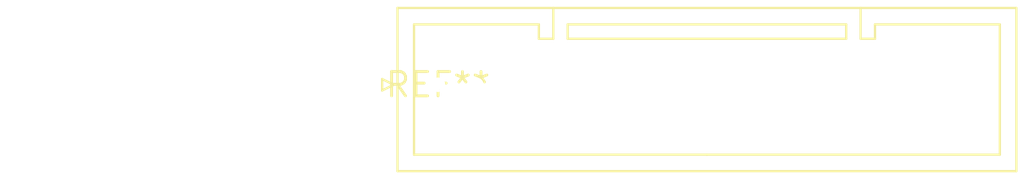
<source format=kicad_pcb>
(kicad_pcb (version 20240108) (generator pcbnew)
  (layers (0 "F.Cu" signal) (31 "B.Cu" signal) (34 "B.Paste" user) (35 "F.Paste" user) (36 "B.SilkS" user "B.Silkscreen") (37 "F.SilkS" user "F.Silkscreen") (38 "B.Mask" user) (39 "F.Mask" user) (44 "Edge.Cuts" user))
  (net 0 "")
  (footprint "JST_PUD_B30B-PUDSS_2x15_P2.00mm_Vertical" (layer "F.Cu") (at 0 0)
    (property "Reference" "REF**")
    (property "Value" "JST_PUD_B30B-PUDSS_2x15_P2.00mm_Vertical")
    (fp_line (start -2.91 -0.3) (end -2.31 0) (layer "F.SilkS") (stroke (width 0.12)))
    (fp_line (start -2.91 0.3) (end -2.91 -0.3) (layer "F.SilkS") (stroke (width 0.12)))
    (fp_line (start -2.31 0) (end -2.91 0.3) (layer "F.SilkS") (stroke (width 0.12)))
    (fp_line (start -2.11 -4.01) (end -2.11 4.51) (layer "F.SilkS") (stroke (width 0.12)))
    (fp_line (start -2.11 4.51) (end 30.11 4.51) (layer "F.SilkS") (stroke (width 0.12)))
    (fp_line (start -1.25 -3.15) (end -1.25 3.65) (layer "F.SilkS") (stroke (width 0.12)))
    (fp_line (start -1.25 3.65) (end 14 3.65) (layer "F.SilkS") (stroke (width 0.12)))
    (fp_line (start 5.25 -3.15) (end -1.25 -3.15) (layer "F.SilkS") (stroke (width 0.12)))
    (fp_line (start 5.25 -2.4) (end 5.25 -3.15) (layer "F.SilkS") (stroke (width 0.12)))
    (fp_line (start 6 -4.01) (end 6 -2.4) (layer "F.SilkS") (stroke (width 0.12)))
    (fp_line (start 6 -2.4) (end 5.25 -2.4) (layer "F.SilkS") (stroke (width 0.12)))
    (fp_line (start 6.75 -3.15) (end 6.75 -2.4) (layer "F.SilkS") (stroke (width 0.12)))
    (fp_line (start 6.75 -2.4) (end 21.25 -2.4) (layer "F.SilkS") (stroke (width 0.12)))
    (fp_line (start 21.25 -3.15) (end 6.75 -3.15) (layer "F.SilkS") (stroke (width 0.12)))
    (fp_line (start 21.25 -2.4) (end 21.25 -3.15) (layer "F.SilkS") (stroke (width 0.12)))
    (fp_line (start 22 -4.01) (end 22 -2.4) (layer "F.SilkS") (stroke (width 0.12)))
    (fp_line (start 22 -2.4) (end 22.75 -2.4) (layer "F.SilkS") (stroke (width 0.12)))
    (fp_line (start 22.75 -3.15) (end 29.25 -3.15) (layer "F.SilkS") (stroke (width 0.12)))
    (fp_line (start 22.75 -2.4) (end 22.75 -3.15) (layer "F.SilkS") (stroke (width 0.12)))
    (fp_line (start 29.25 -3.15) (end 29.25 3.65) (layer "F.SilkS") (stroke (width 0.12)))
    (fp_line (start 29.25 3.65) (end 14 3.65) (layer "F.SilkS") (stroke (width 0.12)))
    (fp_line (start 30.11 -4.01) (end -2.11 -4.01) (layer "F.SilkS") (stroke (width 0.12)))
    (fp_line (start 30.11 4.51) (end 30.11 -4.01) (layer "F.SilkS") (stroke (width 0.12)))
    (pad "1" thru_hole roundrect (at 0 0) (size 1.2 1.2) (drill 0.75) (layers *.Cu *.Mask) (remove_unused_layers) (roundrect_rratio 0.208333))
    (pad "2" thru_hole circle (at 0 2) (size 1.2 1.2) (drill 0.75) (layers *.Cu *.Mask) (remove_unused_layers))
    (pad "3" thru_hole circle (at 2 0) (size 1.2 1.2) (drill 0.75) (layers *.Cu *.Mask) (remove_unused_layers))
    (pad "4" thru_hole circle (at 2 2) (size 1.2 1.2) (drill 0.75) (layers *.Cu *.Mask) (remove_unused_layers))
    (pad "5" thru_hole circle (at 4 0) (size 1.2 1.2) (drill 0.75) (layers *.Cu *.Mask) (remove_unused_layers))
    (pad "6" thru_hole circle (at 4 2) (size 1.2 1.2) (drill 0.75) (layers *.Cu *.Mask) (remove_unused_layers))
    (pad "7" thru_hole circle (at 6 0) (size 1.2 1.2) (drill 0.75) (layers *.Cu *.Mask) (remove_unused_layers))
    (pad "8" thru_hole circle (at 6 2) (size 1.2 1.2) (drill 0.75) (layers *.Cu *.Mask) (remove_unused_layers))
    (pad "9" thru_hole circle (at 8 0) (size 1.2 1.2) (drill 0.75) (layers *.Cu *.Mask) (remove_unused_layers))
    (pad "10" thru_hole circle (at 8 2) (size 1.2 1.2) (drill 0.75) (layers *.Cu *.Mask) (remove_unused_layers))
    (pad "11" thru_hole circle (at 10 0) (size 1.2 1.2) (drill 0.75) (layers *.Cu *.Mask) (remove_unused_layers))
    (pad "12" thru_hole circle (at 10 2) (size 1.2 1.2) (drill 0.75) (layers *.Cu *.Mask) (remove_unused_layers))
    (pad "13" thru_hole circle (at 12 0) (size 1.2 1.2) (drill 0.75) (layers *.Cu *.Mask) (remove_unused_layers))
    (pad "14" thru_hole circle (at 12 2) (size 1.2 1.2) (drill 0.75) (layers *.Cu *.Mask) (remove_unused_layers))
    (pad "15" thru_hole circle (at 14 0) (size 1.2 1.2) (drill 0.75) (layers *.Cu *.Mask) (remove_unused_layers))
    (pad "16" thru_hole circle (at 14 2) (size 1.2 1.2) (drill 0.75) (layers *.Cu *.Mask) (remove_unused_layers))
    (pad "17" thru_hole circle (at 16 0) (size 1.2 1.2) (drill 0.75) (layers *.Cu *.Mask) (remove_unused_layers))
    (pad "18" thru_hole circle (at 16 2) (size 1.2 1.2) (drill 0.75) (layers *.Cu *.Mask) (remove_unused_layers))
    (pad "19" thru_hole circle (at 18 0) (size 1.2 1.2) (drill 0.75) (layers *.Cu *.Mask) (remove_unused_layers))
    (pad "20" thru_hole circle (at 18 2) (size 1.2 1.2) (drill 0.75) (layers *.Cu *.Mask) (remove_unused_layers))
    (pad "21" thru_hole circle (at 20 0) (size 1.2 1.2) (drill 0.75) (layers *.Cu *.Mask) (remove_unused_layers))
    (pad "22" thru_hole circle (at 20 2) (size 1.2 1.2) (drill 0.75) (layers *.Cu *.Mask) (remove_unused_layers))
    (pad "23" thru_hole circle (at 22 0) (size 1.2 1.2) (drill 0.75) (layers *.Cu *.Mask) (remove_unused_layers))
    (pad "24" thru_hole circle (at 22 2) (size 1.2 1.2) (drill 0.75) (layers *.Cu *.Mask) (remove_unused_layers))
    (pad "25" thru_hole circle (at 24 0) (size 1.2 1.2) (drill 0.75) (layers *.Cu *.Mask) (remove_unused_layers))
    (pad "26" thru_hole circle (at 24 2) (size 1.2 1.2) (drill 0.75) (layers *.Cu *.Mask) (remove_unused_layers))
    (pad "27" thru_hole circle (at 26 0) (size 1.2 1.2) (drill 0.75) (layers *.Cu *.Mask) (remove_unused_layers))
    (pad "28" thru_hole circle (at 26 2) (size 1.2 1.2) (drill 0.75) (layers *.Cu *.Mask) (remove_unused_layers))
    (pad "29" thru_hole circle (at 28 0) (size 1.2 1.2) (drill 0.75) (layers *.Cu *.Mask) (remove_unused_layers))
    (pad "30" thru_hole circle (at 28 2) (size 1.2 1.2) (drill 0.75) (layers *.Cu *.Mask) (remove_unused_layers))
  )
)
</source>
